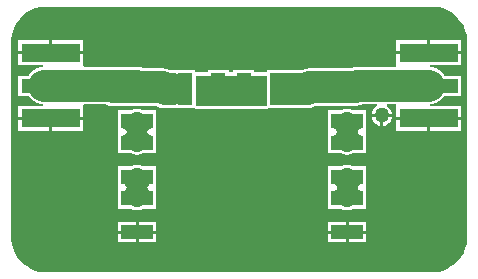
<source format=gbr>
%TF.GenerationSoftware,Altium Limited,Altium Designer,20.0.10 (225)*%
G04 Layer_Physical_Order=1*
G04 Layer_Color=255*
%FSLAX26Y26*%
%MOIN*%
%TF.FileFunction,Copper,L1,Top,Signal*%
%TF.Part,Single*%
G01*
G75*
%TA.AperFunction,SMDPad,CuDef*%
%ADD10R,0.106299X0.049213*%
%ADD11R,0.049213X0.106299*%
%ADD12R,0.196850X0.047244*%
%ADD13R,0.196850X0.062992*%
%TA.AperFunction,Conductor*%
%ADD14C,0.059055*%
%ADD15C,0.105236*%
%TA.AperFunction,ViaPad*%
%ADD16C,0.050000*%
G36*
X3074273Y4702979D02*
X3089228Y4698972D01*
X3103532Y4693047D01*
X3116940Y4685306D01*
X3129224Y4675880D01*
X3140171Y4664932D01*
X3149597Y4652649D01*
X3157338Y4639241D01*
X3163263Y4624936D01*
X3167270Y4609981D01*
X3169291Y4594631D01*
Y4586890D01*
Y3937008D01*
Y3929267D01*
X3167270Y3913916D01*
X3163263Y3898961D01*
X3157338Y3884657D01*
X3149597Y3871249D01*
X3140171Y3858965D01*
X3129224Y3848017D01*
X3116940Y3838592D01*
X3103532Y3830851D01*
X3089228Y3824926D01*
X3074273Y3820919D01*
X3058922Y3818898D01*
X3051181D01*
Y3818898D01*
X1768110D01*
Y3818898D01*
X1760369D01*
X1745019Y3820919D01*
X1730063Y3824926D01*
X1715759Y3830851D01*
X1702351Y3838592D01*
X1690068Y3848017D01*
X1679120Y3858965D01*
X1669695Y3871249D01*
X1661953Y3884657D01*
X1656028Y3898961D01*
X1652021Y3913916D01*
X1650000Y3929267D01*
Y3937008D01*
X1650000D01*
Y4586890D01*
Y4594631D01*
X1652021Y4609981D01*
X1656028Y4624936D01*
X1661953Y4639241D01*
X1669694Y4652649D01*
X1679120Y4664932D01*
X1690068Y4675880D01*
X1702351Y4685306D01*
X1715759Y4693047D01*
X1730063Y4698972D01*
X1745019Y4702979D01*
X1760369Y4705000D01*
X1768110D01*
Y4705000D01*
X3051181D01*
X3058922Y4705000D01*
X3074273Y4702979D01*
D02*
G37*
%LPC*%
G36*
X1890315Y4591913D02*
X1786890D01*
Y4555418D01*
X1890315D01*
Y4591913D01*
D02*
G37*
G36*
X1776890D02*
X1673465D01*
Y4555418D01*
X1776890D01*
Y4591913D01*
D02*
G37*
G36*
X3149370D02*
X3045945D01*
Y4555417D01*
X3149370D01*
Y4591913D01*
D02*
G37*
G36*
X3035945D02*
X2932520D01*
Y4555417D01*
X3035945D01*
Y4591913D01*
D02*
G37*
G36*
X1890315Y4545418D02*
X1781890D01*
X1673465D01*
Y4508921D01*
X1756080D01*
X1756325Y4503921D01*
X1747725Y4503074D01*
X1735921Y4499494D01*
X1725043Y4493679D01*
X1715508Y4485854D01*
X1707683Y4476319D01*
X1706969Y4474984D01*
X1673465D01*
Y4407740D01*
X1706969D01*
X1707683Y4406405D01*
X1715508Y4396870D01*
X1725043Y4389045D01*
X1735921Y4383231D01*
X1747725Y4379650D01*
X1756325Y4378803D01*
X1756080Y4373803D01*
X1673465D01*
Y4337307D01*
X1781890D01*
X1890315D01*
Y4373441D01*
X1890315Y4373803D01*
X1891189Y4378441D01*
X1965557D01*
X1965921Y4378247D01*
X1977725Y4374666D01*
X1990000Y4373457D01*
X2133181D01*
X2137339Y4371235D01*
X2149142Y4367654D01*
X2161418Y4366445D01*
X2161419Y4366445D01*
X2188898D01*
X2192150Y4366766D01*
X2192756Y4366217D01*
Y4366217D01*
X2260146D01*
X2261098Y4365580D01*
X2265000Y4364804D01*
X2342706D01*
X2343366Y4364935D01*
X2344037Y4364891D01*
X2345000Y4365018D01*
X2345963Y4364891D01*
X2346634Y4364935D01*
X2347294Y4364804D01*
X2472091D01*
X2472751Y4364935D01*
X2473422Y4364891D01*
X2474385Y4365018D01*
X2475348Y4364891D01*
X2476019Y4364935D01*
X2476679Y4364804D01*
X2501811D01*
X2505713Y4365580D01*
X2506665Y4366217D01*
X2571024D01*
Y4366977D01*
X2637151D01*
X2649426Y4368186D01*
X2661229Y4371766D01*
X2664392Y4373457D01*
X2770000D01*
X2775398Y4373989D01*
X2799075D01*
X2811350Y4375198D01*
X2822043Y4378441D01*
X2867530D01*
X2868524Y4373441D01*
X2867349Y4372954D01*
X2860038Y4367344D01*
X2854428Y4360033D01*
X2850901Y4351519D01*
X2850356Y4347382D01*
X2919644D01*
X2919099Y4351519D01*
X2915572Y4360033D01*
X2909962Y4367344D01*
X2902651Y4372954D01*
X2901476Y4373441D01*
X2902470Y4378441D01*
X2931646D01*
X2932520Y4373803D01*
X2932520Y4373441D01*
Y4337307D01*
X3040945D01*
X3149370D01*
Y4373803D01*
X3044865D01*
X3044619Y4378803D01*
X3053220Y4379650D01*
X3065024Y4383231D01*
X3075902Y4389045D01*
X3085437Y4396870D01*
X3093262Y4406405D01*
X3093975Y4407740D01*
X3149370D01*
Y4474984D01*
X3093975D01*
X3093262Y4476319D01*
X3085437Y4485854D01*
X3075902Y4493679D01*
X3065024Y4499494D01*
X3053220Y4503074D01*
X3044619Y4503921D01*
X3044865Y4508921D01*
X3149370D01*
Y4545417D01*
X3040945D01*
X2932520D01*
Y4509283D01*
X2932520Y4508921D01*
X2931646Y4504283D01*
X2803529D01*
X2803528Y4504283D01*
X2791252Y4503074D01*
X2780559Y4499831D01*
X2770533D01*
X2770532Y4499831D01*
X2765134Y4499299D01*
X2643631D01*
X2631355Y4498090D01*
X2619552Y4494509D01*
X2616389Y4492819D01*
X2564898D01*
X2561820Y4492516D01*
X2501811D01*
Y4485196D01*
X2458819D01*
Y4492516D01*
X2389606D01*
Y4485196D01*
X2374173D01*
Y4492516D01*
X2304961D01*
Y4485196D01*
X2265000D01*
X2261968Y4487684D01*
Y4492516D01*
X2192756D01*
Y4492516D01*
X2192150Y4491967D01*
X2188898Y4492287D01*
X2182642D01*
X2178485Y4494509D01*
X2166681Y4498090D01*
X2154406Y4499299D01*
X2092652D01*
X2092287Y4499494D01*
X2080484Y4503074D01*
X2068209Y4504283D01*
X1891189D01*
X1890315Y4508921D01*
X1890315Y4509283D01*
Y4545418D01*
D02*
G37*
G36*
X2919644Y4337382D02*
X2890000D01*
Y4307738D01*
X2894137Y4308283D01*
X2902651Y4311810D01*
X2909962Y4317420D01*
X2915572Y4324731D01*
X2919099Y4333245D01*
X2919644Y4337382D01*
D02*
G37*
G36*
X2880000D02*
X2850356D01*
X2850901Y4333245D01*
X2854428Y4324731D01*
X2860038Y4317420D01*
X2867349Y4311810D01*
X2875863Y4308283D01*
X2880000Y4307738D01*
Y4337382D01*
D02*
G37*
G36*
X3149370Y4327307D02*
X3045945D01*
Y4290811D01*
X3149370D01*
Y4327307D01*
D02*
G37*
G36*
X3035945D02*
X2932520D01*
Y4290811D01*
X3035945D01*
Y4327307D01*
D02*
G37*
G36*
X1890315Y4327307D02*
X1786890D01*
Y4290811D01*
X1890315D01*
Y4327307D01*
D02*
G37*
G36*
X1776890D02*
X1673465D01*
Y4290811D01*
X1776890D01*
Y4327307D01*
D02*
G37*
G36*
X2770000Y4364042D02*
X2759681Y4362683D01*
X2750257Y4358780D01*
X2706850D01*
Y4289567D01*
X2706850Y4289567D01*
Y4285075D01*
X2706850D01*
X2706850Y4284567D01*
Y4215862D01*
X2750257D01*
X2759681Y4211958D01*
X2770000Y4210600D01*
X2780319Y4211958D01*
X2789743Y4215862D01*
X2833150D01*
Y4284567D01*
X2833150Y4285075D01*
X2833150D01*
Y4289567D01*
X2833150D01*
Y4358780D01*
X2789743D01*
X2780319Y4362683D01*
X2770000Y4364042D01*
D02*
G37*
G36*
X2068740D02*
X2058421Y4362683D01*
X2048997Y4358780D01*
X2005591D01*
Y4289567D01*
X2005590Y4289567D01*
Y4285075D01*
X2005591D01*
X2005591Y4284567D01*
Y4215862D01*
X2048997D01*
X2058421Y4211958D01*
X2068740Y4210600D01*
X2078344Y4211864D01*
X2079059Y4211958D01*
X2088483Y4215862D01*
X2131890D01*
Y4284567D01*
X2131890Y4285075D01*
X2131890D01*
Y4289567D01*
X2131890D01*
Y4358780D01*
X2088483D01*
X2079059Y4362683D01*
X2068740Y4364042D01*
D02*
G37*
G36*
X2770000Y4178132D02*
X2759681Y4176774D01*
X2750257Y4172870D01*
X2706850D01*
Y4162870D01*
Y4103658D01*
X2706850Y4103658D01*
Y4100075D01*
X2706850D01*
X2706850Y4098658D01*
Y4030862D01*
X2750257D01*
X2759681Y4026958D01*
X2770000Y4025600D01*
X2780319Y4026958D01*
X2789743Y4030862D01*
X2833150D01*
Y4098658D01*
X2833150Y4100075D01*
X2833150D01*
Y4103658D01*
X2833150D01*
Y4162870D01*
Y4172870D01*
X2789743D01*
X2780319Y4176774D01*
X2770000Y4178132D01*
D02*
G37*
G36*
X2068740D02*
X2058421Y4176774D01*
X2048997Y4172870D01*
X2005591D01*
Y4103658D01*
X2005590Y4103658D01*
Y4100075D01*
X2005591D01*
X2005591Y4098658D01*
Y4030862D01*
X2048997D01*
X2058421Y4026958D01*
X2068740Y4025600D01*
X2079059Y4026958D01*
X2088483Y4030862D01*
X2131890D01*
Y4098658D01*
X2131890Y4100075D01*
X2131890D01*
Y4103658D01*
X2131890D01*
Y4172870D01*
X2088483D01*
X2079059Y4176774D01*
X2068740Y4178132D01*
D02*
G37*
G36*
X2833150Y3987870D02*
X2775000D01*
Y3982503D01*
Y3958264D01*
X2833150D01*
Y3986031D01*
Y3987870D01*
D02*
G37*
G36*
X2131890D02*
X2073740D01*
Y3958264D01*
X2131890D01*
Y3987870D01*
D02*
G37*
G36*
X2765000D02*
X2706850D01*
Y3958264D01*
X2765000D01*
Y3987870D01*
D02*
G37*
G36*
X2063740D02*
X2005591D01*
Y3980371D01*
Y3958264D01*
X2063740D01*
Y3987870D01*
D02*
G37*
G36*
X2833150Y3948264D02*
X2775000D01*
Y3918657D01*
X2833150D01*
Y3948264D01*
D02*
G37*
G36*
X2765000D02*
X2706850D01*
Y3918657D01*
X2765000D01*
Y3948264D01*
D02*
G37*
G36*
X2131890D02*
X2073740D01*
Y3918657D01*
X2131890D01*
Y3948264D01*
D02*
G37*
G36*
X2063740D02*
X2005591D01*
Y3918657D01*
X2063740D01*
Y3948264D01*
D02*
G37*
%LPD*%
G36*
X2501811Y4375000D02*
X2476679D01*
X2474385Y4375302D01*
X2472091Y4375000D01*
X2347294D01*
X2345000Y4375302D01*
X2342706Y4375000D01*
X2265000D01*
Y4475000D01*
X2501811D01*
Y4375000D01*
D02*
G37*
G36*
X2799724Y4314822D02*
X2801226Y4299807D01*
X2819218D01*
X2815477Y4299314D01*
X2812130Y4297833D01*
X2809176Y4295367D01*
X2806616Y4291913D01*
X2804450Y4287472D01*
X2804416Y4287366D01*
X2804450Y4287259D01*
X2806616Y4282830D01*
X2809176Y4279385D01*
X2812130Y4276923D01*
X2815477Y4275447D01*
X2819218Y4274955D01*
X2801210D01*
X2800315Y4268230D01*
X2799724Y4259843D01*
X2799528Y4250468D01*
X2740472D01*
X2740276Y4259843D01*
X2738768Y4274955D01*
X2720782D01*
X2724523Y4275447D01*
X2727870Y4276923D01*
X2730824Y4279385D01*
X2733384Y4282830D01*
X2735550Y4287259D01*
X2735584Y4287366D01*
X2735550Y4287472D01*
X2733384Y4291913D01*
X2730824Y4295367D01*
X2727870Y4297833D01*
X2724523Y4299314D01*
X2720782Y4299807D01*
X2738798D01*
X2739685Y4306455D01*
X2740276Y4314822D01*
X2740472Y4324173D01*
X2799528D01*
X2799724Y4314822D01*
D02*
G37*
G36*
X2098465D02*
X2099966Y4299807D01*
X2117959D01*
X2114217Y4299314D01*
X2110870Y4297833D01*
X2107916Y4295367D01*
X2105356Y4291913D01*
X2103191Y4287472D01*
X2103156Y4287366D01*
X2103191Y4287259D01*
X2105356Y4282830D01*
X2107916Y4279385D01*
X2110870Y4276923D01*
X2114217Y4275447D01*
X2117959Y4274955D01*
X2099950D01*
X2099055Y4268230D01*
X2098465Y4259843D01*
X2098268Y4250468D01*
X2039213D01*
X2039016Y4259843D01*
X2037508Y4274955D01*
X2019522D01*
X2023263Y4275447D01*
X2026610Y4276923D01*
X2029564Y4279385D01*
X2032124Y4282830D01*
X2034290Y4287259D01*
X2034325Y4287366D01*
X2034290Y4287472D01*
X2032124Y4291913D01*
X2029564Y4295367D01*
X2026610Y4297833D01*
X2023263Y4299314D01*
X2019522Y4299807D01*
X2037539D01*
X2038425Y4306455D01*
X2039016Y4314822D01*
X2039213Y4324173D01*
X2098268D01*
X2098465Y4314822D01*
D02*
G37*
G36*
X2799715Y4129085D02*
X2801191Y4113898D01*
X2818309D01*
X2814740Y4113413D01*
X2811548Y4111960D01*
X2808731Y4109539D01*
X2806289Y4106149D01*
X2804280Y4101911D01*
X2806289Y4097684D01*
X2808731Y4094303D01*
X2811548Y4091887D01*
X2814740Y4090438D01*
X2818309Y4089955D01*
X2801190D01*
X2800279Y4082903D01*
X2799715Y4074670D01*
X2799528Y4065468D01*
X2740472D01*
X2740285Y4074670D01*
X2738803Y4089955D01*
X2721691D01*
X2725260Y4090438D01*
X2728452Y4091887D01*
X2731269Y4094303D01*
X2733711Y4097684D01*
X2735720Y4101911D01*
X2733711Y4106149D01*
X2731269Y4109539D01*
X2728452Y4111960D01*
X2725260Y4113413D01*
X2721691Y4113898D01*
X2738817D01*
X2739721Y4120873D01*
X2740285Y4129085D01*
X2740472Y4138264D01*
X2799528D01*
X2799715Y4129085D01*
D02*
G37*
G36*
X2098456D02*
X2099932Y4113898D01*
X2117049D01*
X2113481Y4113413D01*
X2110288Y4111960D01*
X2107471Y4109539D01*
X2105029Y4106149D01*
X2103021Y4101911D01*
X2105029Y4097684D01*
X2107471Y4094303D01*
X2110288Y4091887D01*
X2113481Y4090438D01*
X2117049Y4089955D01*
X2099931D01*
X2099019Y4082903D01*
X2098456Y4074670D01*
X2098268Y4065468D01*
X2039213D01*
X2039025Y4074670D01*
X2037543Y4089955D01*
X2020431D01*
X2024000Y4090438D01*
X2027193Y4091887D01*
X2030010Y4094303D01*
X2032451Y4097684D01*
X2034460Y4101911D01*
X2032451Y4106149D01*
X2030010Y4109539D01*
X2027193Y4111960D01*
X2024000Y4113413D01*
X2020431Y4113898D01*
X2037557D01*
X2038461Y4120873D01*
X2039025Y4129085D01*
X2039213Y4138264D01*
X2098268D01*
X2098456Y4129085D01*
D02*
G37*
D10*
X2770000Y4436378D02*
D03*
Y4324173D02*
D03*
Y4250468D02*
D03*
Y4138264D02*
D03*
Y4065468D02*
D03*
Y3953264D02*
D03*
X2068740Y4065468D02*
D03*
Y3953264D02*
D03*
Y4250468D02*
D03*
Y4138264D02*
D03*
Y4436378D02*
D03*
Y4324173D02*
D03*
D11*
X2536417Y4429366D02*
D03*
X2424213D02*
D03*
X2339567D02*
D03*
X2227362D02*
D03*
D12*
X3040945Y4441362D02*
D03*
X1781890D02*
D03*
D13*
X3040945Y4550417D02*
D03*
Y4332307D02*
D03*
X1781890D02*
D03*
Y4550417D02*
D03*
D14*
X2068740Y4250468D02*
Y4324173D01*
Y4065468D02*
Y4138264D01*
X2770000Y4065468D02*
Y4138264D01*
Y4250468D02*
Y4324173D01*
D15*
X2068740Y4436378D02*
X2154406D01*
X1990000D02*
X2068740D01*
X1781890Y4441362D02*
X2068209D01*
X1760000D02*
X1781890D01*
X2564898Y4429898D02*
X2637151D01*
X2770000Y4436378D02*
X2770532Y4436910D01*
X2799075D01*
X2803528Y4441362D01*
X3040945D01*
X2643631Y4436378D02*
X2770000D01*
X2637151Y4429898D02*
X2643631Y4436378D01*
X2154406D02*
X2161418Y4429366D01*
X2188898D01*
X2068209Y4441362D02*
X2068740Y4440831D01*
D16*
X1790000Y4635000D02*
D03*
X2885000Y4342382D02*
D03*
X2791673Y4530000D02*
D03*
X2885000D02*
D03*
X1940000Y4335000D02*
D03*
X2945000Y4630000D02*
D03*
X2665000Y4340000D02*
D03*
X2165000Y4125000D02*
D03*
Y4045000D02*
D03*
X1970000Y4075000D02*
D03*
Y4155000D02*
D03*
X2885000Y4180000D02*
D03*
Y4099085D02*
D03*
X2665000Y3994327D02*
D03*
X2885000D02*
D03*
X2665000Y4129885D02*
D03*
Y4250000D02*
D03*
X2390000Y4530000D02*
D03*
X2345000Y4340000D02*
D03*
X2474385D02*
D03*
X2525000Y4530000D02*
D03*
X1970000Y4260000D02*
D03*
X2165000Y4255000D02*
D03*
X2665000Y4530000D02*
D03*
X2570000Y4340000D02*
D03*
X2885000Y4265000D02*
D03*
X1935000Y4555000D02*
D03*
X2165000Y4325000D02*
D03*
X2240000Y4340000D02*
D03*
X2265425Y4530000D02*
D03*
X2171548D02*
D03*
X2085000D02*
D03*
X2010000D02*
D03*
X2775000Y3880000D02*
D03*
X2065000Y3875000D02*
D03*
%TF.MD5,cfa2eec621e9a35dce8ed7a55873512c*%
M02*

</source>
